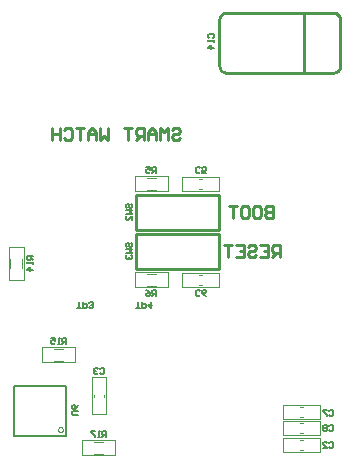
<source format=gbo>
G04*
G04 #@! TF.GenerationSoftware,Altium Limited,Altium Designer,21.0.8 (223)*
G04*
G04 Layer_Color=32896*
%FSLAX25Y25*%
%MOIN*%
G70*
G04*
G04 #@! TF.SameCoordinates,86129925-6DC0-4F64-9783-D3B182DB2879*
G04*
G04*
G04 #@! TF.FilePolarity,Positive*
G04*
G01*
G75*
%ADD10C,0.00500*%
%ADD13C,0.01000*%
%ADD15C,0.00400*%
%ADD16C,0.00394*%
%ADD19C,0.00600*%
%ADD87C,0.00000*%
D10*
X118161Y54059D02*
Y70595D01*
X100839D02*
X118161D01*
X100839Y54059D02*
Y70595D01*
Y54059D02*
X118161D01*
D13*
X209500Y192500D02*
X209310Y193457D01*
X208768Y194268D01*
X207957Y194810D01*
X207000Y195000D01*
Y175000D02*
X207957Y175190D01*
X208768Y175732D01*
X209310Y176543D01*
X209500Y177500D01*
X171500Y195000D02*
X170543Y194810D01*
X169732Y194268D01*
X169190Y193457D01*
X169000Y192500D01*
Y177500D02*
X169190Y176543D01*
X169732Y175732D01*
X170543Y175190D01*
X171500Y175000D01*
X141382Y131453D02*
Y134406D01*
Y122594D02*
Y125547D01*
Y134406D02*
X168941D01*
X141382Y125547D02*
Y131453D01*
Y122594D02*
X168941D01*
Y134406D01*
X141382Y118453D02*
Y121405D01*
Y109595D02*
Y112547D01*
Y121405D02*
X168941D01*
X141382Y112547D02*
Y118453D01*
Y109595D02*
X168941D01*
Y121405D01*
X209500Y177500D02*
Y192500D01*
X171500Y195000D02*
X207000D01*
X169000Y177500D02*
Y192500D01*
X171500Y175000D02*
X207000D01*
X197500D02*
Y195000D01*
X153334Y155832D02*
X154001Y156499D01*
X155333D01*
X156000Y155832D01*
Y155166D01*
X155333Y154499D01*
X154001D01*
X153334Y153833D01*
Y153166D01*
X154001Y152500D01*
X155333D01*
X156000Y153166D01*
X152001Y152500D02*
Y156499D01*
X150668Y155166D01*
X149336Y156499D01*
Y152500D01*
X148003D02*
Y155166D01*
X146670Y156499D01*
X145337Y155166D01*
Y152500D01*
Y154499D01*
X148003D01*
X144004Y152500D02*
Y156499D01*
X142005D01*
X141338Y155832D01*
Y154499D01*
X142005Y153833D01*
X144004D01*
X142671D02*
X141338Y152500D01*
X140005Y156499D02*
X137339D01*
X138672D01*
Y152500D01*
X132008Y156499D02*
Y152500D01*
X130675Y153833D01*
X129342Y152500D01*
Y156499D01*
X128009Y152500D02*
Y155166D01*
X126676Y156499D01*
X125343Y155166D01*
Y152500D01*
Y154499D01*
X128009D01*
X124010Y156499D02*
X121344D01*
X122677D01*
Y152500D01*
X117346Y155832D02*
X118012Y156499D01*
X119345D01*
X120012Y155832D01*
Y153166D01*
X119345Y152500D01*
X118012D01*
X117346Y153166D01*
X116013Y156499D02*
Y152500D01*
Y154499D01*
X113347D01*
Y156499D01*
Y152500D01*
X187000Y130499D02*
Y126500D01*
X185001D01*
X184334Y127166D01*
Y127833D01*
X185001Y128499D01*
X187000D01*
X185001D01*
X184334Y129166D01*
Y129832D01*
X185001Y130499D01*
X187000D01*
X181002D02*
X182335D01*
X183001Y129832D01*
Y127166D01*
X182335Y126500D01*
X181002D01*
X180335Y127166D01*
Y129832D01*
X181002Y130499D01*
X177003D02*
X178336D01*
X179003Y129832D01*
Y127166D01*
X178336Y126500D01*
X177003D01*
X176337Y127166D01*
Y129832D01*
X177003Y130499D01*
X175004D02*
X172338D01*
X173671D01*
Y126500D01*
X189500Y113500D02*
Y117499D01*
X187501D01*
X186834Y116832D01*
Y115499D01*
X187501Y114833D01*
X189500D01*
X188167D02*
X186834Y113500D01*
X182835Y117499D02*
X185501D01*
Y113500D01*
X182835D01*
X185501Y115499D02*
X184168D01*
X178837Y116832D02*
X179503Y117499D01*
X180836D01*
X181503Y116832D01*
Y116166D01*
X180836Y115499D01*
X179503D01*
X178837Y114833D01*
Y114166D01*
X179503Y113500D01*
X180836D01*
X181503Y114166D01*
X174838Y117499D02*
X177504D01*
Y113500D01*
X174838D01*
X177504Y115499D02*
X176171D01*
X173505Y117499D02*
X170839D01*
X172172D01*
Y113500D01*
D15*
X127400Y66900D02*
Y67700D01*
X130600Y66900D02*
Y67700D01*
X131300Y61100D02*
Y73500D01*
X126700D02*
X131300D01*
X126700Y61100D02*
Y73500D01*
Y61100D02*
X131300D01*
X162423Y139600D02*
X163223D01*
X162423Y136400D02*
X163223D01*
X156623Y135700D02*
X169023D01*
Y140300D01*
X156623D02*
X169023D01*
X156623Y135700D02*
Y140300D01*
X162423Y107600D02*
X163223D01*
X162423Y104400D02*
X163223D01*
X156623Y103700D02*
X169023D01*
Y108300D01*
X156623D02*
X169023D01*
X156623Y103700D02*
Y108300D01*
X190300Y59700D02*
Y64300D01*
X202700D01*
Y59700D02*
Y64300D01*
X190300Y59700D02*
X202700D01*
X196100Y60400D02*
X196900D01*
X196100Y63600D02*
X196900D01*
X190300Y54200D02*
Y58800D01*
X202700D01*
Y54200D02*
Y58800D01*
X190300Y54200D02*
X202700D01*
X196100Y54900D02*
X196900D01*
X196100Y58100D02*
X196900D01*
X190300Y48700D02*
Y53300D01*
X202700D01*
Y48700D02*
Y53300D01*
X190300Y48700D02*
X202700D01*
X196100Y49400D02*
X196900D01*
X196100Y52600D02*
X196900D01*
D16*
X152162Y135500D02*
Y140500D01*
X143162Y135500D02*
X152162D01*
X141162D02*
X143162D01*
X141162D02*
Y140500D01*
X152162D01*
X145162Y136000D02*
X148162D01*
X145162Y140000D02*
X148162D01*
X152162Y103500D02*
Y108501D01*
X143162Y103500D02*
X152162D01*
X141162D02*
X143162D01*
X141162D02*
Y108501D01*
X152162D01*
X145162Y104000D02*
X148162D01*
X145162Y108001D02*
X148162D01*
X121149Y78500D02*
Y83499D01*
X112149Y78500D02*
X121149D01*
X110149D02*
X112149D01*
X110149D02*
Y83499D01*
X121149D01*
X114149Y79000D02*
X117149D01*
X114149Y82999D02*
X117149D01*
X99000Y117000D02*
X104000D01*
Y108000D02*
Y117000D01*
Y106000D02*
Y108000D01*
X99000Y106000D02*
X104000D01*
X99000D02*
Y117000D01*
X103500Y110000D02*
Y113000D01*
X99500Y110000D02*
Y113000D01*
X127500Y52000D02*
X130500D01*
X127500Y48000D02*
X130500D01*
X123500Y52500D02*
X134500D01*
X123500Y47500D02*
Y52500D01*
Y47500D02*
X125500D01*
X134500D01*
Y52500D01*
D19*
X122000Y60834D02*
X120334D01*
X120000Y61167D01*
Y61834D01*
X120334Y62167D01*
X122000D01*
Y64166D02*
X121667Y63500D01*
X121000Y62833D01*
X120334D01*
X120000Y63166D01*
Y63833D01*
X120334Y64166D01*
X120667D01*
X121000Y63833D01*
Y62833D01*
X141334Y96500D02*
X142667D01*
X142001D01*
Y98500D01*
X143333D02*
Y96500D01*
X144333D01*
X144667Y96833D01*
Y97500D01*
X144333Y97833D01*
X143333D01*
X146333Y98500D02*
Y96500D01*
X145333Y97500D01*
X146666D01*
X121834Y96500D02*
X123167D01*
X122501D01*
Y98500D01*
X123834D02*
Y96500D01*
X124833D01*
X125166Y96833D01*
Y97500D01*
X124833Y97833D01*
X123834D01*
X125833Y96833D02*
X126166Y96500D01*
X126833D01*
X127166Y96833D01*
Y97167D01*
X126833Y97500D01*
X126499D01*
X126833D01*
X127166Y97833D01*
Y98166D01*
X126833Y98500D01*
X126166D01*
X125833Y98166D01*
X138333Y116833D02*
X138000Y117166D01*
Y117833D01*
X138333Y118166D01*
X138667D01*
X139000Y117833D01*
Y117166D01*
X139333Y116833D01*
X139666D01*
X140000Y117166D01*
Y117833D01*
X139666Y118166D01*
X138000Y116166D02*
X140000D01*
X139333Y115500D01*
X140000Y114834D01*
X138000D01*
X138333Y114167D02*
X138000Y113834D01*
Y113167D01*
X138333Y112834D01*
X138667D01*
X139000Y113167D01*
Y113501D01*
Y113167D01*
X139333Y112834D01*
X139666D01*
X140000Y113167D01*
Y113834D01*
X139666Y114167D01*
X138333Y129833D02*
X138000Y130166D01*
Y130833D01*
X138333Y131166D01*
X138667D01*
X139000Y130833D01*
Y130166D01*
X139333Y129833D01*
X139666D01*
X140000Y130166D01*
Y130833D01*
X139666Y131166D01*
X138000Y129166D02*
X140000D01*
X139333Y128500D01*
X140000Y127834D01*
X138000D01*
X140000Y125834D02*
Y127167D01*
X138667Y125834D01*
X138333D01*
X138000Y126167D01*
Y126834D01*
X138333Y127167D01*
X131499Y53500D02*
Y55500D01*
X130499D01*
X130166Y55167D01*
Y54500D01*
X130499Y54167D01*
X131499D01*
X130833D02*
X130166Y53500D01*
X129500D02*
X128833D01*
X129167D01*
Y55500D01*
X129500Y55167D01*
X127834Y55500D02*
X126501D01*
Y55167D01*
X127834Y53834D01*
Y53500D01*
X117999Y84500D02*
Y86500D01*
X116999D01*
X116666Y86167D01*
Y85500D01*
X116999Y85167D01*
X117999D01*
X117333D02*
X116666Y84500D01*
X116000D02*
X115333D01*
X115667D01*
Y86500D01*
X116000Y86167D01*
X113001Y86500D02*
X114334D01*
Y85500D01*
X113667Y85833D01*
X113334D01*
X113001Y85500D01*
Y84834D01*
X113334Y84500D01*
X114000D01*
X114334Y84834D01*
X107000Y113999D02*
X105000D01*
Y112999D01*
X105333Y112666D01*
X106000D01*
X106333Y112999D01*
Y113999D01*
Y113333D02*
X107000Y112666D01*
Y112000D02*
Y111333D01*
Y111667D01*
X105000D01*
X105333Y112000D01*
X107000Y109334D02*
X105000D01*
X106000Y110334D01*
Y109001D01*
X148166Y100500D02*
Y102500D01*
X147166D01*
X146833Y102166D01*
Y101500D01*
X147166Y101167D01*
X148166D01*
X147500D02*
X146833Y100500D01*
X144834Y102500D02*
X145500Y102166D01*
X146167Y101500D01*
Y100834D01*
X145834Y100500D01*
X145167D01*
X144834Y100834D01*
Y101167D01*
X145167Y101500D01*
X146167D01*
X148166Y141500D02*
Y143500D01*
X147166D01*
X146833Y143166D01*
Y142500D01*
X147166Y142167D01*
X148166D01*
X147500D02*
X146833Y141500D01*
X144834Y143500D02*
X146167D01*
Y142500D01*
X145500Y142833D01*
X145167D01*
X144834Y142500D01*
Y141834D01*
X145167Y141500D01*
X145834D01*
X146167Y141834D01*
X165833Y186666D02*
X165500Y186999D01*
Y187666D01*
X165833Y187999D01*
X167166D01*
X167500Y187666D01*
Y186999D01*
X167166Y186666D01*
X167500Y186000D02*
Y185333D01*
Y185667D01*
X165500D01*
X165833Y186000D01*
X167500Y183334D02*
X165500D01*
X166500Y184334D01*
Y183001D01*
X205833Y57166D02*
X206166Y57500D01*
X206833D01*
X207166Y57166D01*
Y55834D01*
X206833Y55500D01*
X206166D01*
X205833Y55834D01*
X205167Y57166D02*
X204834Y57500D01*
X204167D01*
X203834Y57166D01*
Y56833D01*
X204167Y56500D01*
X203834Y56167D01*
Y55834D01*
X204167Y55500D01*
X204834D01*
X205167Y55834D01*
Y56167D01*
X204834Y56500D01*
X205167Y56833D01*
Y57166D01*
X204834Y56500D02*
X204167D01*
X205833Y62167D02*
X206166Y62500D01*
X206833D01*
X207166Y62167D01*
Y60834D01*
X206833Y60500D01*
X206166D01*
X205833Y60834D01*
X205167Y62500D02*
X203834D01*
Y62167D01*
X205167Y60834D01*
Y60500D01*
X162667Y100833D02*
X162334Y100500D01*
X161667D01*
X161334Y100833D01*
Y102166D01*
X161667Y102500D01*
X162334D01*
X162667Y102166D01*
X164666Y100500D02*
X164000Y100833D01*
X163333Y101500D01*
Y102166D01*
X163666Y102500D01*
X164333D01*
X164666Y102166D01*
Y101833D01*
X164333Y101500D01*
X163333D01*
X162667Y141833D02*
X162334Y141500D01*
X161667D01*
X161334Y141833D01*
Y143166D01*
X161667Y143500D01*
X162334D01*
X162667Y143166D01*
X164666Y141500D02*
X163333D01*
Y142500D01*
X164000Y142167D01*
X164333D01*
X164666Y142500D01*
Y143166D01*
X164333Y143500D01*
X163666D01*
X163333Y143166D01*
X129333Y76166D02*
X129666Y76500D01*
X130333D01*
X130666Y76166D01*
Y74834D01*
X130333Y74500D01*
X129666D01*
X129333Y74834D01*
X128667Y76166D02*
X128333Y76500D01*
X127667D01*
X127334Y76166D01*
Y75833D01*
X127667Y75500D01*
X128000D01*
X127667D01*
X127334Y75167D01*
Y74834D01*
X127667Y74500D01*
X128333D01*
X128667Y74834D01*
X205833Y51666D02*
X206166Y52000D01*
X206833D01*
X207166Y51666D01*
Y50334D01*
X206833Y50000D01*
X206166D01*
X205833Y50334D01*
X203834Y50000D02*
X205167D01*
X203834Y51333D01*
Y51666D01*
X204167Y52000D01*
X204834D01*
X205167Y51666D01*
D87*
X117073Y56028D02*
X116633Y56790D01*
X115753D01*
X115313Y56028D01*
X115753Y55265D01*
X116633D01*
X117073Y56028D01*
M02*

</source>
